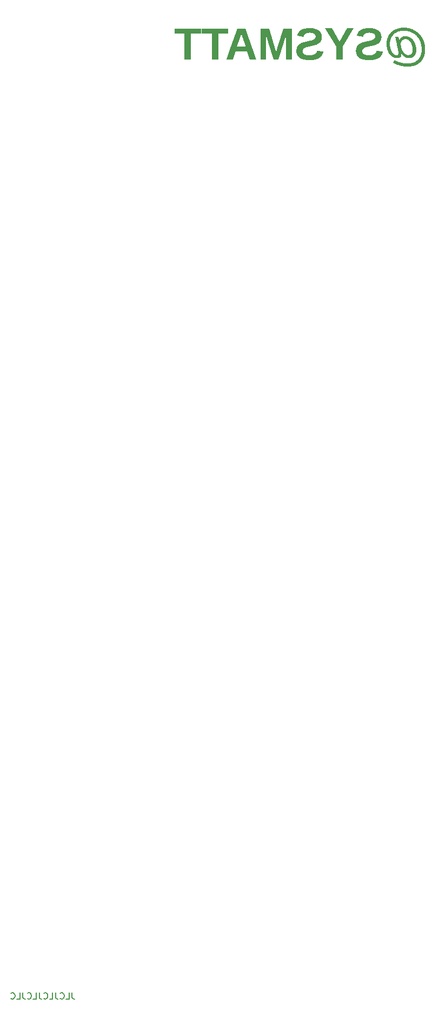
<source format=gbo>
G04 #@! TF.GenerationSoftware,KiCad,Pcbnew,7.0.10-1.fc39*
G04 #@! TF.CreationDate,2024-01-08T15:06:23-05:00*
G04 #@! TF.ProjectId,SYSMATT-WS2812-MATRIX-CARRIER,5359534d-4154-4542-9d57-53323831322d,rev?*
G04 #@! TF.SameCoordinates,Original*
G04 #@! TF.FileFunction,Legend,Bot*
G04 #@! TF.FilePolarity,Positive*
%FSLAX46Y46*%
G04 Gerber Fmt 4.6, Leading zero omitted, Abs format (unit mm)*
G04 Created by KiCad (PCBNEW 7.0.10-1.fc39) date 2024-01-08 15:06:23*
%MOMM*%
%LPD*%
G01*
G04 APERTURE LIST*
G04 Aperture macros list*
%AMRoundRect*
0 Rectangle with rounded corners*
0 $1 Rounding radius*
0 $2 $3 $4 $5 $6 $7 $8 $9 X,Y pos of 4 corners*
0 Add a 4 corners polygon primitive as box body*
4,1,4,$2,$3,$4,$5,$6,$7,$8,$9,$2,$3,0*
0 Add four circle primitives for the rounded corners*
1,1,$1+$1,$2,$3*
1,1,$1+$1,$4,$5*
1,1,$1+$1,$6,$7*
1,1,$1+$1,$8,$9*
0 Add four rect primitives between the rounded corners*
20,1,$1+$1,$2,$3,$4,$5,0*
20,1,$1+$1,$4,$5,$6,$7,0*
20,1,$1+$1,$6,$7,$8,$9,0*
20,1,$1+$1,$8,$9,$2,$3,0*%
G04 Aperture macros list end*
%ADD10C,1.000000*%
%ADD11C,0.150000*%
%ADD12C,1.600000*%
%ADD13C,12.800000*%
%ADD14C,8.600000*%
%ADD15R,1.700000X1.700000*%
%ADD16O,1.700000X1.700000*%
%ADD17R,1.600000X1.600000*%
%ADD18R,3.000000X3.000000*%
%ADD19C,3.000000*%
%ADD20R,3.500000X3.500000*%
%ADD21RoundRect,0.750000X1.000000X-0.750000X1.000000X0.750000X-1.000000X0.750000X-1.000000X-0.750000X0*%
%ADD22RoundRect,0.875000X0.875000X-0.875000X0.875000X0.875000X-0.875000X0.875000X-0.875000X-0.875000X0*%
%ADD23R,2.400000X1.600000*%
%ADD24O,2.400000X1.600000*%
%ADD25RoundRect,0.625000X0.625000X-1.125000X0.625000X1.125000X-0.625000X1.125000X-0.625000X-1.125000X0*%
%ADD26O,2.500000X3.500000*%
%ADD27C,10.600000*%
%ADD28RoundRect,0.102000X1.000000X-1.000000X1.000000X1.000000X-1.000000X1.000000X-1.000000X-1.000000X0*%
%ADD29C,2.204000*%
%ADD30RoundRect,0.102000X-0.780000X0.780000X-0.780000X-0.780000X0.780000X-0.780000X0.780000X0.780000X0*%
%ADD31C,1.764000*%
G04 APERTURE END LIST*
D10*
G36*
X82668702Y-27168328D02*
G01*
X82727398Y-27169595D01*
X82785738Y-27171706D01*
X82843723Y-27174661D01*
X82901353Y-27178460D01*
X82958627Y-27183104D01*
X83015546Y-27188593D01*
X83072109Y-27194925D01*
X83128317Y-27202102D01*
X83184170Y-27210124D01*
X83239667Y-27218989D01*
X83294809Y-27228700D01*
X83349595Y-27239254D01*
X83404027Y-27250653D01*
X83458102Y-27262896D01*
X83511823Y-27275983D01*
X83565188Y-27289915D01*
X83618197Y-27304692D01*
X83670851Y-27320312D01*
X83723150Y-27336777D01*
X83775093Y-27354086D01*
X83826681Y-27372240D01*
X83877914Y-27391238D01*
X83928791Y-27411080D01*
X83979313Y-27431767D01*
X84029479Y-27453298D01*
X84079290Y-27475673D01*
X84128746Y-27498893D01*
X84177846Y-27522957D01*
X84226591Y-27547866D01*
X84274980Y-27573619D01*
X84323014Y-27600216D01*
X84370547Y-27627580D01*
X84417434Y-27655633D01*
X84463674Y-27684376D01*
X84509268Y-27713808D01*
X84554216Y-27743929D01*
X84598517Y-27774740D01*
X84642172Y-27806240D01*
X84685181Y-27838429D01*
X84727543Y-27871308D01*
X84769258Y-27904875D01*
X84810328Y-27939133D01*
X84850750Y-27974079D01*
X84890527Y-28009715D01*
X84929657Y-28046040D01*
X84968141Y-28083055D01*
X85005978Y-28120758D01*
X85043169Y-28159152D01*
X85079714Y-28198234D01*
X85115612Y-28238006D01*
X85150864Y-28278467D01*
X85185469Y-28319617D01*
X85219428Y-28361457D01*
X85252741Y-28403986D01*
X85285407Y-28447204D01*
X85317427Y-28491112D01*
X85348801Y-28535709D01*
X85379528Y-28580995D01*
X85409609Y-28626971D01*
X85439043Y-28673636D01*
X85467831Y-28720990D01*
X85495973Y-28769034D01*
X85523468Y-28817766D01*
X85550215Y-28866950D01*
X85576114Y-28916499D01*
X85601163Y-28966412D01*
X85625363Y-29016691D01*
X85648714Y-29067334D01*
X85671216Y-29118343D01*
X85692868Y-29169716D01*
X85713672Y-29221454D01*
X85733626Y-29273557D01*
X85752732Y-29326025D01*
X85770988Y-29378858D01*
X85788395Y-29432056D01*
X85804953Y-29485619D01*
X85820662Y-29539547D01*
X85835521Y-29593840D01*
X85849532Y-29648497D01*
X85862693Y-29703520D01*
X85875006Y-29758908D01*
X85886469Y-29814660D01*
X85897083Y-29870777D01*
X85906848Y-29927260D01*
X85915764Y-29984107D01*
X85923830Y-30041319D01*
X85931048Y-30098896D01*
X85937416Y-30156839D01*
X85942936Y-30215146D01*
X85947606Y-30273818D01*
X85951427Y-30332854D01*
X85954399Y-30392256D01*
X85956522Y-30452023D01*
X85957795Y-30512155D01*
X85958220Y-30572651D01*
X85957884Y-30622393D01*
X85956875Y-30671784D01*
X85952839Y-30769515D01*
X85946113Y-30865843D01*
X85936696Y-30960768D01*
X85924589Y-31054291D01*
X85909791Y-31146412D01*
X85892303Y-31237130D01*
X85872124Y-31326446D01*
X85849255Y-31414359D01*
X85823696Y-31500870D01*
X85795446Y-31585978D01*
X85764505Y-31669683D01*
X85730874Y-31751986D01*
X85694552Y-31832887D01*
X85655540Y-31912385D01*
X85613838Y-31990481D01*
X85569578Y-32066735D01*
X85523201Y-32140709D01*
X85474705Y-32212403D01*
X85424091Y-32281817D01*
X85371360Y-32348950D01*
X85316510Y-32413803D01*
X85259542Y-32476376D01*
X85200457Y-32536669D01*
X85139253Y-32594682D01*
X85075931Y-32650414D01*
X85010491Y-32703866D01*
X84942933Y-32755037D01*
X84873257Y-32803929D01*
X84801463Y-32850540D01*
X84727551Y-32894871D01*
X84651521Y-32936922D01*
X84612787Y-32957058D01*
X84534180Y-32995412D01*
X84454057Y-33031208D01*
X84372417Y-33064448D01*
X84289260Y-33095131D01*
X84204586Y-33123257D01*
X84118395Y-33148827D01*
X84030687Y-33171839D01*
X83941462Y-33192294D01*
X83850720Y-33210193D01*
X83758461Y-33225534D01*
X83664685Y-33238319D01*
X83569393Y-33248546D01*
X83472583Y-33256217D01*
X83423609Y-33259094D01*
X83374256Y-33261331D01*
X83324524Y-33262929D01*
X83274412Y-33263888D01*
X83223921Y-33264207D01*
X83151526Y-33263664D01*
X83079360Y-33262032D01*
X83007423Y-33259313D01*
X82935715Y-33255506D01*
X82864236Y-33250612D01*
X82792985Y-33244630D01*
X82721964Y-33237560D01*
X82651172Y-33229403D01*
X82580609Y-33220158D01*
X82510274Y-33209825D01*
X82440169Y-33198405D01*
X82370293Y-33185897D01*
X82300645Y-33172302D01*
X82231227Y-33157618D01*
X82162037Y-33141848D01*
X82093077Y-33124989D01*
X82023983Y-33106866D01*
X81954698Y-33087303D01*
X81885222Y-33066299D01*
X81815556Y-33043855D01*
X81745699Y-33019969D01*
X81675651Y-32994643D01*
X81605412Y-32967877D01*
X81534982Y-32939670D01*
X81464362Y-32910022D01*
X81393550Y-32878933D01*
X81322548Y-32846404D01*
X81251355Y-32812435D01*
X81179971Y-32777024D01*
X81108397Y-32740173D01*
X81036631Y-32701881D01*
X80964675Y-32662149D01*
X81177166Y-32248157D01*
X81240513Y-32280239D01*
X81303853Y-32311303D01*
X81367186Y-32341348D01*
X81430511Y-32370374D01*
X81493829Y-32398382D01*
X81557140Y-32425372D01*
X81620444Y-32451343D01*
X81683741Y-32476295D01*
X81747031Y-32500229D01*
X81810313Y-32523145D01*
X81873589Y-32545042D01*
X81936857Y-32565921D01*
X82000118Y-32585781D01*
X82063372Y-32604623D01*
X82126619Y-32622446D01*
X82189858Y-32639251D01*
X82253091Y-32655037D01*
X82316316Y-32669805D01*
X82379534Y-32683555D01*
X82442745Y-32696286D01*
X82505949Y-32707998D01*
X82569145Y-32718692D01*
X82632335Y-32728368D01*
X82695517Y-32737025D01*
X82758692Y-32744663D01*
X82821860Y-32751283D01*
X82885021Y-32756885D01*
X82948175Y-32761468D01*
X83011322Y-32765033D01*
X83074461Y-32767579D01*
X83137593Y-32769106D01*
X83200718Y-32769616D01*
X83283246Y-32768604D01*
X83364437Y-32765570D01*
X83444293Y-32760514D01*
X83522814Y-32753435D01*
X83599998Y-32744333D01*
X83675847Y-32733208D01*
X83750360Y-32720061D01*
X83823538Y-32704891D01*
X83895379Y-32687699D01*
X83965885Y-32668484D01*
X84035056Y-32647246D01*
X84102890Y-32623986D01*
X84169389Y-32598703D01*
X84234552Y-32571397D01*
X84298380Y-32542069D01*
X84360872Y-32510718D01*
X84421832Y-32477392D01*
X84481066Y-32442139D01*
X84538573Y-32404959D01*
X84594353Y-32365852D01*
X84648406Y-32324817D01*
X84700732Y-32281855D01*
X84751331Y-32236966D01*
X84800204Y-32190150D01*
X84847349Y-32141406D01*
X84892768Y-32090735D01*
X84936460Y-32038137D01*
X84978425Y-31983612D01*
X85018663Y-31927159D01*
X85057174Y-31868779D01*
X85093958Y-31808472D01*
X85129016Y-31746238D01*
X85161993Y-31682406D01*
X85192843Y-31617305D01*
X85221565Y-31550935D01*
X85248160Y-31483295D01*
X85272627Y-31414388D01*
X85294967Y-31344211D01*
X85315179Y-31272765D01*
X85333264Y-31200050D01*
X85349221Y-31126066D01*
X85363050Y-31050814D01*
X85374752Y-30974292D01*
X85384326Y-30896502D01*
X85391772Y-30817443D01*
X85397091Y-30737114D01*
X85400283Y-30655517D01*
X85401346Y-30572651D01*
X85400996Y-30520146D01*
X85399944Y-30467961D01*
X85398191Y-30416095D01*
X85395736Y-30364549D01*
X85392581Y-30313322D01*
X85388724Y-30262415D01*
X85384166Y-30211828D01*
X85378907Y-30161560D01*
X85372946Y-30111612D01*
X85366284Y-30061983D01*
X85358921Y-30012674D01*
X85350857Y-29963685D01*
X85342091Y-29915015D01*
X85332624Y-29866665D01*
X85322456Y-29818635D01*
X85311587Y-29770924D01*
X85287745Y-29676461D01*
X85261098Y-29583277D01*
X85231645Y-29491371D01*
X85199388Y-29400744D01*
X85164326Y-29311395D01*
X85126459Y-29223324D01*
X85085786Y-29136532D01*
X85042309Y-29051018D01*
X84996380Y-28967394D01*
X84948352Y-28886269D01*
X84898225Y-28807644D01*
X84845999Y-28731518D01*
X84791674Y-28657892D01*
X84735250Y-28586766D01*
X84676727Y-28518140D01*
X84616106Y-28452013D01*
X84553385Y-28388386D01*
X84488565Y-28327258D01*
X84421646Y-28268630D01*
X84352629Y-28212502D01*
X84281512Y-28158874D01*
X84208296Y-28107745D01*
X84132982Y-28059116D01*
X84055568Y-28012986D01*
X83976189Y-27969361D01*
X83895284Y-27928551D01*
X83812852Y-27890555D01*
X83728893Y-27855373D01*
X83643408Y-27823006D01*
X83556397Y-27793454D01*
X83467859Y-27766716D01*
X83377794Y-27742793D01*
X83286203Y-27721684D01*
X83193086Y-27703389D01*
X83098442Y-27687910D01*
X83002271Y-27675244D01*
X82953613Y-27669967D01*
X82904574Y-27665393D01*
X82855153Y-27661523D01*
X82805350Y-27658357D01*
X82755166Y-27655894D01*
X82704600Y-27654135D01*
X82653652Y-27653080D01*
X82602323Y-27652728D01*
X82520979Y-27653716D01*
X82440894Y-27656678D01*
X82362068Y-27661615D01*
X82284502Y-27668528D01*
X82208195Y-27677415D01*
X82133148Y-27688277D01*
X82059360Y-27701114D01*
X81986831Y-27715926D01*
X81915562Y-27732713D01*
X81845552Y-27751475D01*
X81776802Y-27772211D01*
X81709310Y-27794923D01*
X81643079Y-27819610D01*
X81578106Y-27846271D01*
X81514393Y-27874908D01*
X81451939Y-27905519D01*
X81391022Y-27937948D01*
X81331917Y-27972037D01*
X81274625Y-28007787D01*
X81219146Y-28045196D01*
X81165479Y-28084265D01*
X81113625Y-28124994D01*
X81063584Y-28167384D01*
X81015355Y-28211434D01*
X80968940Y-28257143D01*
X80924337Y-28304513D01*
X80881547Y-28353543D01*
X80840569Y-28404233D01*
X80801404Y-28456583D01*
X80764052Y-28510593D01*
X80728513Y-28566263D01*
X80694787Y-28623593D01*
X80662992Y-28682298D01*
X80633249Y-28742089D01*
X80605557Y-28802969D01*
X80579916Y-28864936D01*
X80556327Y-28927991D01*
X80534789Y-28992133D01*
X80515302Y-29057363D01*
X80497866Y-29123681D01*
X80482481Y-29191086D01*
X80469148Y-29259579D01*
X80457866Y-29329159D01*
X80448636Y-29399828D01*
X80441456Y-29471584D01*
X80436328Y-29544427D01*
X80433251Y-29618358D01*
X80432226Y-29693377D01*
X80432798Y-29753660D01*
X80434515Y-29813304D01*
X80437378Y-29872309D01*
X80441385Y-29930674D01*
X80446537Y-29988400D01*
X80452834Y-30045487D01*
X80460275Y-30101935D01*
X80468862Y-30157744D01*
X80478594Y-30212913D01*
X80489470Y-30267443D01*
X80501491Y-30321334D01*
X80514658Y-30374586D01*
X80528969Y-30427198D01*
X80544425Y-30479171D01*
X80561026Y-30530505D01*
X80578771Y-30581200D01*
X80587958Y-30606229D01*
X80606953Y-30655335D01*
X80626779Y-30703172D01*
X80647435Y-30749740D01*
X80668921Y-30795040D01*
X80691236Y-30839070D01*
X80726266Y-30902737D01*
X80763164Y-30963548D01*
X80801929Y-31021505D01*
X80842562Y-31076606D01*
X80885062Y-31128852D01*
X80929430Y-31178244D01*
X80975666Y-31224780D01*
X81007055Y-31253912D01*
X81054496Y-31294087D01*
X81102367Y-31330033D01*
X81150667Y-31361750D01*
X81199396Y-31389238D01*
X81248555Y-31412497D01*
X81298143Y-31431527D01*
X81348160Y-31446329D01*
X81398607Y-31456901D01*
X81449483Y-31463244D01*
X81500788Y-31465359D01*
X81552308Y-31460856D01*
X81600622Y-31447346D01*
X81645731Y-31424830D01*
X81687634Y-31393307D01*
X81722896Y-31350488D01*
X81745486Y-31302879D01*
X81758710Y-31254536D01*
X81766266Y-31199238D01*
X81768234Y-31147843D01*
X81767738Y-31117132D01*
X81765133Y-31065805D01*
X81760296Y-31008167D01*
X81753226Y-30944218D01*
X81743924Y-30873957D01*
X81736482Y-30823611D01*
X81728048Y-30770459D01*
X81718622Y-30714503D01*
X81708204Y-30655742D01*
X81696793Y-30594175D01*
X81684390Y-30529804D01*
X81670995Y-30462628D01*
X81656607Y-30392646D01*
X81641228Y-30319860D01*
X81499241Y-29703147D01*
X82132156Y-29703147D01*
X82132961Y-29743329D01*
X82136539Y-29800812D01*
X82142979Y-29862760D01*
X82149687Y-29912151D01*
X82158005Y-29964054D01*
X82167934Y-30018468D01*
X82179472Y-30075394D01*
X82192620Y-30134832D01*
X82207379Y-30196781D01*
X82223747Y-30261242D01*
X82235348Y-30304757D01*
X82253896Y-30368921D01*
X82273817Y-30431754D01*
X82295112Y-30493256D01*
X82317780Y-30553427D01*
X82341823Y-30612267D01*
X82367240Y-30669776D01*
X82394030Y-30725954D01*
X82422194Y-30780802D01*
X82451732Y-30834318D01*
X82482644Y-30886503D01*
X82503892Y-30920196D01*
X82536442Y-30968858D01*
X82569808Y-31015265D01*
X82603991Y-31059418D01*
X82638988Y-31101318D01*
X82674802Y-31140963D01*
X82711431Y-31178354D01*
X82748876Y-31213492D01*
X82787137Y-31246375D01*
X82826213Y-31277004D01*
X82866106Y-31305380D01*
X82919744Y-31339440D01*
X82973801Y-31368959D01*
X83028279Y-31393937D01*
X83083176Y-31414373D01*
X83138494Y-31430268D01*
X83194231Y-31441622D01*
X83250387Y-31448434D01*
X83306964Y-31450704D01*
X83349172Y-31449817D01*
X83409908Y-31445159D01*
X83467554Y-31436508D01*
X83522108Y-31423864D01*
X83573570Y-31407227D01*
X83621942Y-31386598D01*
X83667222Y-31361975D01*
X83709411Y-31333360D01*
X83748509Y-31300753D01*
X83784516Y-31264152D01*
X83817431Y-31223558D01*
X83837543Y-31194364D01*
X83865278Y-31148139D01*
X83890094Y-31098995D01*
X83911990Y-31046931D01*
X83930966Y-30991948D01*
X83947023Y-30934045D01*
X83960161Y-30873223D01*
X83970379Y-30809481D01*
X83977678Y-30742820D01*
X83982057Y-30673239D01*
X83983517Y-30600739D01*
X83982963Y-30548623D01*
X83981303Y-30496688D01*
X83978536Y-30444934D01*
X83974663Y-30393362D01*
X83969683Y-30341971D01*
X83963596Y-30290761D01*
X83956402Y-30239732D01*
X83948101Y-30188885D01*
X83938694Y-30138219D01*
X83928180Y-30087734D01*
X83916560Y-30037430D01*
X83903832Y-29987308D01*
X83889998Y-29937367D01*
X83875058Y-29887607D01*
X83859010Y-29838029D01*
X83841856Y-29788632D01*
X83823552Y-29739874D01*
X83804361Y-29692518D01*
X83784282Y-29646565D01*
X83763316Y-29602015D01*
X83730204Y-29537819D01*
X83695095Y-29476778D01*
X83657990Y-29418894D01*
X83618889Y-29364164D01*
X83577791Y-29312591D01*
X83534697Y-29264173D01*
X83489606Y-29218910D01*
X83442519Y-29176803D01*
X83410204Y-29150628D01*
X83360767Y-29114532D01*
X83310170Y-29082236D01*
X83258413Y-29053739D01*
X83205498Y-29029041D01*
X83151424Y-29008143D01*
X83096190Y-28991045D01*
X83039797Y-28977747D01*
X82982245Y-28968248D01*
X82923534Y-28962548D01*
X82863663Y-28960648D01*
X82823826Y-28961459D01*
X82765805Y-28965717D01*
X82709866Y-28973624D01*
X82656010Y-28985180D01*
X82604236Y-29000386D01*
X82554544Y-29019241D01*
X82506935Y-29041745D01*
X82461408Y-29067898D01*
X82417963Y-29097701D01*
X82376600Y-29131153D01*
X82337320Y-29168255D01*
X82312476Y-29194530D01*
X82278215Y-29235732D01*
X82247561Y-29279080D01*
X82220513Y-29324575D01*
X82197071Y-29372217D01*
X82177236Y-29422005D01*
X82161007Y-29473940D01*
X82148385Y-29528022D01*
X82139369Y-29584250D01*
X82133959Y-29642625D01*
X82132156Y-29703147D01*
X81499241Y-29703147D01*
X81239448Y-28574745D01*
X81775561Y-28574745D01*
X81908674Y-29093761D01*
X81929434Y-29093761D01*
X81960742Y-29021447D01*
X81995437Y-28953798D01*
X82033519Y-28890815D01*
X82074988Y-28832497D01*
X82119843Y-28778845D01*
X82168086Y-28729858D01*
X82219716Y-28685537D01*
X82274733Y-28645881D01*
X82333136Y-28610890D01*
X82394927Y-28580565D01*
X82460104Y-28554905D01*
X82528669Y-28533910D01*
X82600620Y-28517581D01*
X82675959Y-28505918D01*
X82754684Y-28498920D01*
X82836796Y-28496587D01*
X82897337Y-28497684D01*
X82957143Y-28500976D01*
X83016215Y-28506462D01*
X83074552Y-28514142D01*
X83132154Y-28524017D01*
X83189021Y-28536086D01*
X83245154Y-28550349D01*
X83300553Y-28566807D01*
X83355216Y-28585459D01*
X83409145Y-28606306D01*
X83462340Y-28629346D01*
X83514799Y-28654582D01*
X83566524Y-28682011D01*
X83617515Y-28711635D01*
X83667771Y-28743454D01*
X83717292Y-28777466D01*
X83765778Y-28813406D01*
X83812928Y-28851006D01*
X83858743Y-28890266D01*
X83903222Y-28931187D01*
X83946365Y-28973767D01*
X83988172Y-29018007D01*
X84028644Y-29063908D01*
X84067780Y-29111468D01*
X84105581Y-29160689D01*
X84142045Y-29211570D01*
X84177174Y-29264111D01*
X84210968Y-29318312D01*
X84243425Y-29374173D01*
X84274547Y-29431694D01*
X84304333Y-29490875D01*
X84332784Y-29551716D01*
X84359550Y-29613659D01*
X84384590Y-29676146D01*
X84407903Y-29739177D01*
X84429489Y-29802752D01*
X84449348Y-29866871D01*
X84467480Y-29931533D01*
X84483885Y-29996739D01*
X84498564Y-30062489D01*
X84511515Y-30128783D01*
X84522740Y-30195620D01*
X84532238Y-30263002D01*
X84540009Y-30330927D01*
X84546053Y-30399396D01*
X84550370Y-30468409D01*
X84552960Y-30537966D01*
X84553824Y-30608066D01*
X84552664Y-30685447D01*
X84549187Y-30760661D01*
X84543391Y-30833710D01*
X84535276Y-30904593D01*
X84524844Y-30973310D01*
X84512092Y-31039861D01*
X84497023Y-31104247D01*
X84479635Y-31166467D01*
X84459928Y-31226521D01*
X84437904Y-31284409D01*
X84413561Y-31340132D01*
X84386899Y-31393689D01*
X84357919Y-31445080D01*
X84326621Y-31494305D01*
X84293004Y-31541365D01*
X84257069Y-31586259D01*
X84218882Y-31628553D01*
X84178815Y-31668119D01*
X84136870Y-31704955D01*
X84093044Y-31739064D01*
X84047339Y-31770443D01*
X83999755Y-31799094D01*
X83950291Y-31825016D01*
X83898948Y-31848210D01*
X83845725Y-31868674D01*
X83790622Y-31886411D01*
X83733640Y-31901418D01*
X83674778Y-31913697D01*
X83614037Y-31923247D01*
X83551417Y-31930069D01*
X83486917Y-31934162D01*
X83420537Y-31935526D01*
X83376330Y-31934630D01*
X83310252Y-31929921D01*
X83244453Y-31921177D01*
X83178933Y-31908397D01*
X83113692Y-31891582D01*
X83048731Y-31870730D01*
X82984048Y-31845843D01*
X82919645Y-31816921D01*
X82855520Y-31783962D01*
X82812926Y-31759748D01*
X82770455Y-31733740D01*
X82728108Y-31705938D01*
X82686473Y-31676581D01*
X82646134Y-31646213D01*
X82607094Y-31614834D01*
X82569351Y-31582443D01*
X82532905Y-31549041D01*
X82497757Y-31514627D01*
X82463906Y-31479202D01*
X82431353Y-31442766D01*
X82384957Y-31386216D01*
X82341480Y-31327390D01*
X82314117Y-31286909D01*
X82288051Y-31245416D01*
X82263284Y-31202912D01*
X82239813Y-31159397D01*
X82217641Y-31114870D01*
X82196880Y-31114870D01*
X82200590Y-31134319D01*
X82208700Y-31188282D01*
X82213667Y-31238003D01*
X82216647Y-31290062D01*
X82217641Y-31344459D01*
X82217475Y-31361742D01*
X82214988Y-31412160D01*
X82207032Y-31476045D01*
X82193770Y-31536113D01*
X82175204Y-31592365D01*
X82151333Y-31644801D01*
X82122157Y-31693421D01*
X82087677Y-31738224D01*
X82047892Y-31779211D01*
X82037140Y-31788828D01*
X81991268Y-31824243D01*
X81940816Y-31854774D01*
X81885785Y-31880419D01*
X81826175Y-31901180D01*
X81778462Y-31913545D01*
X81728172Y-31923162D01*
X81675307Y-31930031D01*
X81619866Y-31934153D01*
X81561849Y-31935526D01*
X81506222Y-31934386D01*
X81451081Y-31930966D01*
X81396427Y-31925265D01*
X81342259Y-31917284D01*
X81288578Y-31907023D01*
X81235384Y-31894482D01*
X81182676Y-31879661D01*
X81130455Y-31862559D01*
X81078720Y-31843177D01*
X81027472Y-31821515D01*
X80976711Y-31797572D01*
X80926436Y-31771349D01*
X80876647Y-31742846D01*
X80827346Y-31712063D01*
X80778530Y-31679000D01*
X80730202Y-31643656D01*
X80682770Y-31606290D01*
X80636645Y-31567159D01*
X80591828Y-31526262D01*
X80548317Y-31483601D01*
X80506114Y-31439174D01*
X80465217Y-31392983D01*
X80425628Y-31345026D01*
X80387346Y-31295305D01*
X80350371Y-31243818D01*
X80314703Y-31190567D01*
X80280342Y-31135550D01*
X80247288Y-31078768D01*
X80215541Y-31020222D01*
X80185101Y-30959910D01*
X80155969Y-30897833D01*
X80128143Y-30833991D01*
X80101672Y-30768685D01*
X80076910Y-30702520D01*
X80053854Y-30635496D01*
X80032507Y-30567614D01*
X80012867Y-30498873D01*
X79994935Y-30429273D01*
X79978711Y-30358815D01*
X79964195Y-30287498D01*
X79951387Y-30215322D01*
X79940286Y-30142288D01*
X79930893Y-30068395D01*
X79923208Y-29993643D01*
X79917231Y-29918033D01*
X79912961Y-29841564D01*
X79910400Y-29764236D01*
X79909546Y-29686050D01*
X79910801Y-29592727D01*
X79914564Y-29500826D01*
X79920837Y-29410346D01*
X79929620Y-29321288D01*
X79940911Y-29233652D01*
X79954712Y-29147437D01*
X79971022Y-29062644D01*
X79989841Y-28979272D01*
X80011169Y-28897322D01*
X80035007Y-28816793D01*
X80061353Y-28737686D01*
X80090209Y-28660001D01*
X80121574Y-28583737D01*
X80155449Y-28508895D01*
X80191832Y-28435474D01*
X80230725Y-28363475D01*
X80272008Y-28293193D01*
X80315561Y-28224924D01*
X80361386Y-28158669D01*
X80409480Y-28094426D01*
X80459846Y-28032197D01*
X80512482Y-27971980D01*
X80567389Y-27913777D01*
X80624567Y-27857587D01*
X80684015Y-27803410D01*
X80745734Y-27751246D01*
X80809724Y-27701095D01*
X80875984Y-27652957D01*
X80944515Y-27606832D01*
X81015317Y-27562721D01*
X81088390Y-27520622D01*
X81163733Y-27480537D01*
X81240937Y-27442679D01*
X81319896Y-27407264D01*
X81400610Y-27374291D01*
X81483080Y-27343761D01*
X81567306Y-27315673D01*
X81653287Y-27290027D01*
X81741024Y-27266824D01*
X81830516Y-27246064D01*
X81921764Y-27227745D01*
X82014767Y-27211870D01*
X82109525Y-27198436D01*
X82206039Y-27187445D01*
X82254955Y-27182866D01*
X82304309Y-27178897D01*
X82354102Y-27175539D01*
X82404334Y-27172791D01*
X82455005Y-27170654D01*
X82506115Y-27169127D01*
X82557663Y-27168211D01*
X82609651Y-27167906D01*
X82668702Y-27168328D01*
G37*
G36*
X75118722Y-30779036D02*
G01*
X75120783Y-30866878D01*
X75126966Y-30952105D01*
X75137270Y-31034719D01*
X75151695Y-31114718D01*
X75170242Y-31192103D01*
X75192911Y-31266873D01*
X75219702Y-31339030D01*
X75250614Y-31408572D01*
X75285647Y-31475501D01*
X75324802Y-31539815D01*
X75368079Y-31601515D01*
X75415478Y-31660601D01*
X75466997Y-31717072D01*
X75522639Y-31770930D01*
X75582402Y-31822173D01*
X75646287Y-31870802D01*
X75714012Y-31916497D01*
X75785601Y-31959245D01*
X75861054Y-31999044D01*
X75940371Y-32035895D01*
X76023552Y-32069798D01*
X76110596Y-32100753D01*
X76201505Y-32128760D01*
X76296278Y-32153818D01*
X76345114Y-32165242D01*
X76394915Y-32175929D01*
X76445683Y-32185879D01*
X76497416Y-32195092D01*
X76550116Y-32203567D01*
X76603781Y-32211306D01*
X76658412Y-32218308D01*
X76714010Y-32224573D01*
X76770573Y-32230100D01*
X76828103Y-32234891D01*
X76886598Y-32238944D01*
X76946060Y-32242261D01*
X77006487Y-32244841D01*
X77067881Y-32246683D01*
X77130240Y-32247789D01*
X77193565Y-32248157D01*
X77251333Y-32247836D01*
X77308317Y-32246874D01*
X77364515Y-32245270D01*
X77419929Y-32243024D01*
X77474558Y-32240137D01*
X77528402Y-32236608D01*
X77581462Y-32232438D01*
X77633737Y-32227626D01*
X77685227Y-32222172D01*
X77735932Y-32216076D01*
X77785853Y-32209340D01*
X77834989Y-32201961D01*
X77883340Y-32193941D01*
X77977689Y-32175976D01*
X78068898Y-32155444D01*
X78156969Y-32132346D01*
X78241900Y-32106681D01*
X78323693Y-32078450D01*
X78402347Y-32047653D01*
X78477862Y-32014289D01*
X78550238Y-31978358D01*
X78619475Y-31939861D01*
X78652916Y-31919651D01*
X78717541Y-31877266D01*
X78779217Y-31832238D01*
X78837945Y-31784568D01*
X78893725Y-31734255D01*
X78946556Y-31681299D01*
X78996440Y-31625700D01*
X79043376Y-31567459D01*
X79087363Y-31506575D01*
X79128403Y-31443048D01*
X79166494Y-31376878D01*
X79201638Y-31308066D01*
X79233833Y-31236610D01*
X79263080Y-31162512D01*
X79289379Y-31085771D01*
X79312730Y-31006387D01*
X79333133Y-30924361D01*
X78353719Y-30763161D01*
X78333290Y-30832766D01*
X78309555Y-30898701D01*
X78282514Y-30960965D01*
X78252167Y-31019558D01*
X78218515Y-31074481D01*
X78181556Y-31125733D01*
X78141292Y-31173313D01*
X78097722Y-31217223D01*
X78050846Y-31257463D01*
X78000664Y-31294031D01*
X77965373Y-31316371D01*
X77909370Y-31347143D01*
X77849439Y-31374889D01*
X77785579Y-31399608D01*
X77717791Y-31421300D01*
X77670416Y-31434080D01*
X77621296Y-31445514D01*
X77570429Y-31455603D01*
X77517817Y-31464348D01*
X77463459Y-31471746D01*
X77407354Y-31477800D01*
X77349504Y-31482508D01*
X77289908Y-31485871D01*
X77228566Y-31487889D01*
X77165478Y-31488562D01*
X77100187Y-31487926D01*
X77036969Y-31486019D01*
X76975823Y-31482841D01*
X76916751Y-31478392D01*
X76859751Y-31472671D01*
X76804823Y-31465679D01*
X76751969Y-31457415D01*
X76701187Y-31447880D01*
X76652478Y-31437074D01*
X76561278Y-31411648D01*
X76478369Y-31381137D01*
X76403751Y-31345540D01*
X76337424Y-31304859D01*
X76279388Y-31259092D01*
X76229642Y-31208240D01*
X76188188Y-31152302D01*
X76155024Y-31091280D01*
X76130151Y-31025172D01*
X76113570Y-30953979D01*
X76105279Y-30877701D01*
X76104242Y-30837655D01*
X76106150Y-30786898D01*
X76113902Y-30726672D01*
X76127617Y-30670024D01*
X76147295Y-30616954D01*
X76172936Y-30567461D01*
X76204539Y-30521546D01*
X76226364Y-30495715D01*
X76266942Y-30454839D01*
X76312350Y-30416169D01*
X76352154Y-30386822D01*
X76395049Y-30358886D01*
X76441035Y-30332363D01*
X76490113Y-30307252D01*
X76542281Y-30283553D01*
X76569525Y-30272233D01*
X76631158Y-30249068D01*
X76685748Y-30230943D01*
X76747507Y-30212174D01*
X76816437Y-30192761D01*
X76866373Y-30179461D01*
X76919496Y-30165875D01*
X76975805Y-30152003D01*
X77035301Y-30137844D01*
X77097984Y-30123399D01*
X77163853Y-30108669D01*
X77232909Y-30093651D01*
X77305152Y-30078348D01*
X77380581Y-30062759D01*
X77419490Y-30054856D01*
X77485984Y-30039028D01*
X77549912Y-30023601D01*
X77611273Y-30008574D01*
X77670068Y-29993948D01*
X77726296Y-29979723D01*
X77779958Y-29965899D01*
X77831054Y-29952475D01*
X77879583Y-29939452D01*
X77947564Y-29920668D01*
X78009771Y-29902787D01*
X78066203Y-29885807D01*
X78116861Y-29869728D01*
X78175422Y-29849692D01*
X78227915Y-29829733D01*
X78279149Y-29808934D01*
X78329123Y-29787296D01*
X78377838Y-29764818D01*
X78425294Y-29741501D01*
X78471490Y-29717343D01*
X78516427Y-29692347D01*
X78560104Y-29666510D01*
X78602064Y-29639586D01*
X78642460Y-29611327D01*
X78690754Y-29574124D01*
X78736603Y-29534834D01*
X78780007Y-29493457D01*
X78820967Y-29449993D01*
X78851974Y-29413719D01*
X78888092Y-29365908D01*
X78921646Y-29315592D01*
X78946642Y-29273537D01*
X78969998Y-29229879D01*
X78991713Y-29184617D01*
X79011786Y-29137753D01*
X79030219Y-29089286D01*
X79038820Y-29064452D01*
X79054562Y-29013466D01*
X79068206Y-28960648D01*
X79079750Y-28905999D01*
X79089195Y-28849518D01*
X79096542Y-28791205D01*
X79101789Y-28731060D01*
X79104937Y-28669084D01*
X79105987Y-28605275D01*
X79104064Y-28524198D01*
X79098297Y-28445525D01*
X79088685Y-28369256D01*
X79075228Y-28295392D01*
X79057925Y-28223932D01*
X79036778Y-28154876D01*
X79011786Y-28088224D01*
X78982950Y-28023977D01*
X78950268Y-27962134D01*
X78913741Y-27902695D01*
X78873369Y-27845661D01*
X78829153Y-27791031D01*
X78781091Y-27738805D01*
X78729185Y-27688983D01*
X78673434Y-27641565D01*
X78613838Y-27596552D01*
X78550416Y-27554110D01*
X78483492Y-27514406D01*
X78413067Y-27477441D01*
X78339141Y-27443213D01*
X78261713Y-27411724D01*
X78180784Y-27382973D01*
X78096353Y-27356960D01*
X78008421Y-27333686D01*
X77916987Y-27313149D01*
X77822052Y-27295351D01*
X77773271Y-27287479D01*
X77723615Y-27280291D01*
X77673084Y-27273788D01*
X77621677Y-27267969D01*
X77569395Y-27262835D01*
X77516238Y-27258386D01*
X77462205Y-27254621D01*
X77407297Y-27251540D01*
X77351514Y-27249144D01*
X77294855Y-27247433D01*
X77237320Y-27246406D01*
X77178911Y-27246064D01*
X77123172Y-27246336D01*
X77068305Y-27247151D01*
X77014312Y-27248511D01*
X76961191Y-27250414D01*
X76908944Y-27252861D01*
X76857569Y-27255852D01*
X76807068Y-27259387D01*
X76757439Y-27263466D01*
X76708684Y-27268088D01*
X76613792Y-27278965D01*
X76522391Y-27292017D01*
X76434483Y-27307244D01*
X76350067Y-27324646D01*
X76269142Y-27344224D01*
X76191709Y-27365976D01*
X76117769Y-27389905D01*
X76047320Y-27416008D01*
X75980363Y-27444287D01*
X75916898Y-27474741D01*
X75856925Y-27507370D01*
X75828248Y-27524501D01*
X75773021Y-27560574D01*
X75720304Y-27599491D01*
X75670096Y-27641251D01*
X75622397Y-27685853D01*
X75577207Y-27733300D01*
X75534527Y-27783589D01*
X75494356Y-27836721D01*
X75456693Y-27892697D01*
X75421541Y-27951515D01*
X75388897Y-28013177D01*
X75358763Y-28077682D01*
X75331137Y-28145030D01*
X75306021Y-28215221D01*
X75283415Y-28288256D01*
X75263317Y-28364133D01*
X75245729Y-28442854D01*
X76228806Y-28574745D01*
X76244377Y-28519060D01*
X76262695Y-28466038D01*
X76283761Y-28415677D01*
X76307575Y-28367978D01*
X76334136Y-28322941D01*
X76363445Y-28280566D01*
X76395502Y-28240852D01*
X76430307Y-28203801D01*
X76467859Y-28169411D01*
X76508159Y-28137684D01*
X76536552Y-28118011D01*
X76581611Y-28090512D01*
X76630233Y-28065718D01*
X76682418Y-28043629D01*
X76738167Y-28024244D01*
X76797479Y-28007565D01*
X76860355Y-27993590D01*
X76926795Y-27982320D01*
X76996797Y-27973755D01*
X77070364Y-27967894D01*
X77121387Y-27965490D01*
X77173995Y-27964288D01*
X77200893Y-27964138D01*
X77257468Y-27964707D01*
X77312247Y-27966413D01*
X77365231Y-27969257D01*
X77416418Y-27973240D01*
X77465809Y-27978359D01*
X77559203Y-27992012D01*
X77645414Y-28010216D01*
X77724439Y-28032971D01*
X77796281Y-28060276D01*
X77860939Y-28092133D01*
X77918412Y-28128540D01*
X77968701Y-28169498D01*
X78011806Y-28215008D01*
X78047727Y-28265068D01*
X78076464Y-28319679D01*
X78098017Y-28378841D01*
X78112385Y-28442554D01*
X78119569Y-28510818D01*
X78120467Y-28546657D01*
X78118082Y-28604140D01*
X78110926Y-28658283D01*
X78099000Y-28709088D01*
X78082304Y-28756553D01*
X78060837Y-28800679D01*
X78028781Y-28849222D01*
X78022770Y-28856845D01*
X77989944Y-28893762D01*
X77952526Y-28928949D01*
X77910517Y-28962408D01*
X77863917Y-28994136D01*
X77812725Y-29024136D01*
X77768465Y-29046891D01*
X77733342Y-29063230D01*
X77678941Y-29084964D01*
X77630051Y-29102141D01*
X77574227Y-29120069D01*
X77511469Y-29138749D01*
X77441777Y-29158180D01*
X77391464Y-29171551D01*
X77338069Y-29185257D01*
X77281593Y-29199296D01*
X77222035Y-29213669D01*
X77159395Y-29228376D01*
X77093674Y-29243417D01*
X77024871Y-29258792D01*
X76952986Y-29274501D01*
X76867372Y-29293033D01*
X76784859Y-29311385D01*
X76705447Y-29329555D01*
X76629135Y-29347544D01*
X76555925Y-29365352D01*
X76485815Y-29382979D01*
X76418805Y-29400424D01*
X76354897Y-29417688D01*
X76294089Y-29434771D01*
X76236382Y-29451672D01*
X76181775Y-29468392D01*
X76130269Y-29484931D01*
X76081865Y-29501289D01*
X76015071Y-29525485D01*
X75955254Y-29549274D01*
X75900031Y-29573223D01*
X75847019Y-29597903D01*
X75796218Y-29623312D01*
X75747629Y-29649451D01*
X75701250Y-29676321D01*
X75657082Y-29703920D01*
X75615126Y-29732248D01*
X75575380Y-29761307D01*
X75525826Y-29801187D01*
X75480202Y-29842365D01*
X75437536Y-29885222D01*
X75397465Y-29930140D01*
X75359989Y-29977119D01*
X75325108Y-30026158D01*
X75292822Y-30077258D01*
X75263131Y-30130419D01*
X75236035Y-30185641D01*
X75211535Y-30242923D01*
X75189782Y-30302057D01*
X75170929Y-30363442D01*
X75158693Y-30410958D01*
X75148089Y-30459741D01*
X75139116Y-30509791D01*
X75131774Y-30561107D01*
X75126064Y-30613690D01*
X75121985Y-30667539D01*
X75119538Y-30722654D01*
X75118722Y-30779036D01*
G37*
G36*
X72016838Y-30137899D02*
G01*
X72016838Y-32170000D01*
X73026782Y-32170000D01*
X73026782Y-30137899D01*
X74751137Y-27246064D01*
X73688681Y-27246064D01*
X72528527Y-29356322D01*
X71353719Y-27246064D01*
X70292484Y-27246064D01*
X72016838Y-30137899D01*
G37*
G36*
X65788646Y-30779036D02*
G01*
X65790706Y-30866878D01*
X65796889Y-30952105D01*
X65807193Y-31034719D01*
X65821618Y-31114718D01*
X65840166Y-31192103D01*
X65862834Y-31266873D01*
X65889625Y-31339030D01*
X65920537Y-31408572D01*
X65955570Y-31475501D01*
X65994726Y-31539815D01*
X66038002Y-31601515D01*
X66085401Y-31660601D01*
X66136921Y-31717072D01*
X66192562Y-31770930D01*
X66252325Y-31822173D01*
X66316210Y-31870802D01*
X66383935Y-31916497D01*
X66455524Y-31959245D01*
X66530977Y-31999044D01*
X66610294Y-32035895D01*
X66693475Y-32069798D01*
X66780520Y-32100753D01*
X66871429Y-32128760D01*
X66966202Y-32153818D01*
X67015037Y-32165242D01*
X67064838Y-32175929D01*
X67115606Y-32185879D01*
X67167339Y-32195092D01*
X67220039Y-32203567D01*
X67273704Y-32211306D01*
X67328336Y-32218308D01*
X67383933Y-32224573D01*
X67440497Y-32230100D01*
X67498026Y-32234891D01*
X67556521Y-32238944D01*
X67615983Y-32242261D01*
X67676410Y-32244841D01*
X67737804Y-32246683D01*
X67800163Y-32247789D01*
X67863489Y-32248157D01*
X67921257Y-32247836D01*
X67978240Y-32246874D01*
X68034438Y-32245270D01*
X68089852Y-32243024D01*
X68144481Y-32240137D01*
X68198326Y-32236608D01*
X68251385Y-32232438D01*
X68303660Y-32227626D01*
X68355150Y-32222172D01*
X68405856Y-32216076D01*
X68455776Y-32209340D01*
X68504912Y-32201961D01*
X68553264Y-32193941D01*
X68647612Y-32175976D01*
X68738821Y-32155444D01*
X68826892Y-32132346D01*
X68911824Y-32106681D01*
X68993616Y-32078450D01*
X69072270Y-32047653D01*
X69147785Y-32014289D01*
X69220161Y-31978358D01*
X69289398Y-31939861D01*
X69322840Y-31919651D01*
X69387464Y-31877266D01*
X69449140Y-31832238D01*
X69507868Y-31784568D01*
X69563648Y-31734255D01*
X69616480Y-31681299D01*
X69666363Y-31625700D01*
X69713299Y-31567459D01*
X69757287Y-31506575D01*
X69798326Y-31443048D01*
X69836418Y-31376878D01*
X69871561Y-31308066D01*
X69903756Y-31236610D01*
X69933003Y-31162512D01*
X69959302Y-31085771D01*
X69982653Y-31006387D01*
X70003056Y-30924361D01*
X69023642Y-30763161D01*
X69003213Y-30832766D01*
X68979478Y-30898701D01*
X68952437Y-30960965D01*
X68922091Y-31019558D01*
X68888438Y-31074481D01*
X68851480Y-31125733D01*
X68811215Y-31173313D01*
X68767645Y-31217223D01*
X68720769Y-31257463D01*
X68670587Y-31294031D01*
X68635296Y-31316371D01*
X68579293Y-31347143D01*
X68519362Y-31374889D01*
X68455502Y-31399608D01*
X68387714Y-31421300D01*
X68340339Y-31434080D01*
X68291219Y-31445514D01*
X68240353Y-31455603D01*
X68187740Y-31464348D01*
X68133382Y-31471746D01*
X68077278Y-31477800D01*
X68019427Y-31482508D01*
X67959831Y-31485871D01*
X67898489Y-31487889D01*
X67835401Y-31488562D01*
X67770110Y-31487926D01*
X67706892Y-31486019D01*
X67645746Y-31482841D01*
X67586674Y-31478392D01*
X67529674Y-31472671D01*
X67474747Y-31465679D01*
X67421892Y-31457415D01*
X67371110Y-31447880D01*
X67322401Y-31437074D01*
X67231201Y-31411648D01*
X67148292Y-31381137D01*
X67073674Y-31345540D01*
X67007347Y-31304859D01*
X66949311Y-31259092D01*
X66899565Y-31208240D01*
X66858111Y-31152302D01*
X66824947Y-31091280D01*
X66800075Y-31025172D01*
X66783493Y-30953979D01*
X66775202Y-30877701D01*
X66774166Y-30837655D01*
X66776074Y-30786898D01*
X66783826Y-30726672D01*
X66797540Y-30670024D01*
X66817218Y-30616954D01*
X66842859Y-30567461D01*
X66874463Y-30521546D01*
X66896287Y-30495715D01*
X66936865Y-30454839D01*
X66982273Y-30416169D01*
X67022077Y-30386822D01*
X67064972Y-30358886D01*
X67110958Y-30332363D01*
X67160036Y-30307252D01*
X67212205Y-30283553D01*
X67239448Y-30272233D01*
X67301081Y-30249068D01*
X67355671Y-30230943D01*
X67417431Y-30212174D01*
X67486360Y-30192761D01*
X67536296Y-30179461D01*
X67589419Y-30165875D01*
X67645729Y-30152003D01*
X67705225Y-30137844D01*
X67767907Y-30123399D01*
X67833776Y-30108669D01*
X67902832Y-30093651D01*
X67975075Y-30078348D01*
X68050504Y-30062759D01*
X68089413Y-30054856D01*
X68155907Y-30039028D01*
X68219835Y-30023601D01*
X68281196Y-30008574D01*
X68339991Y-29993948D01*
X68396220Y-29979723D01*
X68449881Y-29965899D01*
X68500977Y-29952475D01*
X68549506Y-29939452D01*
X68617487Y-29920668D01*
X68679694Y-29902787D01*
X68736126Y-29885807D01*
X68786784Y-29869728D01*
X68845345Y-29849692D01*
X68897838Y-29829733D01*
X68949072Y-29808934D01*
X68999046Y-29787296D01*
X69047761Y-29764818D01*
X69095217Y-29741501D01*
X69141413Y-29717343D01*
X69186350Y-29692347D01*
X69230027Y-29666510D01*
X69271988Y-29639586D01*
X69312383Y-29611327D01*
X69360677Y-29574124D01*
X69406526Y-29534834D01*
X69449931Y-29493457D01*
X69490890Y-29449993D01*
X69521898Y-29413719D01*
X69558015Y-29365908D01*
X69591569Y-29315592D01*
X69616566Y-29273537D01*
X69639921Y-29229879D01*
X69661636Y-29184617D01*
X69681710Y-29137753D01*
X69700142Y-29089286D01*
X69708743Y-29064452D01*
X69724486Y-29013466D01*
X69738129Y-28960648D01*
X69749673Y-28905999D01*
X69759118Y-28849518D01*
X69766465Y-28791205D01*
X69771712Y-28731060D01*
X69774861Y-28669084D01*
X69775910Y-28605275D01*
X69773988Y-28524198D01*
X69768220Y-28445525D01*
X69758608Y-28369256D01*
X69745151Y-28295392D01*
X69727849Y-28223932D01*
X69706702Y-28154876D01*
X69681710Y-28088224D01*
X69652873Y-28023977D01*
X69620191Y-27962134D01*
X69583664Y-27902695D01*
X69543293Y-27845661D01*
X69499076Y-27791031D01*
X69451015Y-27738805D01*
X69399108Y-27688983D01*
X69343357Y-27641565D01*
X69283761Y-27596552D01*
X69220339Y-27554110D01*
X69153415Y-27514406D01*
X69082990Y-27477441D01*
X69009064Y-27443213D01*
X68931636Y-27411724D01*
X68850707Y-27382973D01*
X68766276Y-27356960D01*
X68678344Y-27333686D01*
X68586910Y-27313149D01*
X68491975Y-27295351D01*
X68443195Y-27287479D01*
X68393539Y-27280291D01*
X68343007Y-27273788D01*
X68291601Y-27267969D01*
X68239319Y-27262835D01*
X68186161Y-27258386D01*
X68132128Y-27254621D01*
X68077220Y-27251540D01*
X68021437Y-27249144D01*
X67964778Y-27247433D01*
X67907244Y-27246406D01*
X67848834Y-27246064D01*
X67793095Y-27246336D01*
X67738228Y-27247151D01*
X67684235Y-27248511D01*
X67631115Y-27250414D01*
X67578867Y-27252861D01*
X67527493Y-27255852D01*
X67476991Y-27259387D01*
X67427363Y-27263466D01*
X67378607Y-27268088D01*
X67283715Y-27278965D01*
X67192315Y-27292017D01*
X67104406Y-27307244D01*
X67019990Y-27324646D01*
X66939065Y-27344224D01*
X66861633Y-27365976D01*
X66787692Y-27389905D01*
X66717243Y-27416008D01*
X66650286Y-27444287D01*
X66586821Y-27474741D01*
X66526848Y-27507370D01*
X66498171Y-27524501D01*
X66442945Y-27560574D01*
X66390227Y-27599491D01*
X66340019Y-27641251D01*
X66292320Y-27685853D01*
X66247131Y-27733300D01*
X66204450Y-27783589D01*
X66164279Y-27836721D01*
X66126617Y-27892697D01*
X66091464Y-27951515D01*
X66058820Y-28013177D01*
X66028686Y-28077682D01*
X66001061Y-28145030D01*
X65975945Y-28215221D01*
X65953338Y-28288256D01*
X65933240Y-28364133D01*
X65915652Y-28442854D01*
X66898729Y-28574745D01*
X66914300Y-28519060D01*
X66932618Y-28466038D01*
X66953684Y-28415677D01*
X66977498Y-28367978D01*
X67004059Y-28322941D01*
X67033368Y-28280566D01*
X67065425Y-28240852D01*
X67100230Y-28203801D01*
X67137782Y-28169411D01*
X67178082Y-28137684D01*
X67206475Y-28118011D01*
X67251534Y-28090512D01*
X67300156Y-28065718D01*
X67352341Y-28043629D01*
X67408090Y-28024244D01*
X67467403Y-28007565D01*
X67530278Y-27993590D01*
X67596718Y-27982320D01*
X67666721Y-27973755D01*
X67740287Y-27967894D01*
X67791311Y-27965490D01*
X67843918Y-27964288D01*
X67870816Y-27964138D01*
X67927391Y-27964707D01*
X67982171Y-27966413D01*
X68035154Y-27969257D01*
X68086341Y-27973240D01*
X68135732Y-27978359D01*
X68229127Y-27992012D01*
X68315337Y-28010216D01*
X68394363Y-28032971D01*
X68466204Y-28060276D01*
X68530862Y-28092133D01*
X68588335Y-28128540D01*
X68638625Y-28169498D01*
X68681730Y-28215008D01*
X68717651Y-28265068D01*
X68746387Y-28319679D01*
X68767940Y-28378841D01*
X68782308Y-28442554D01*
X68789492Y-28510818D01*
X68790390Y-28546657D01*
X68788005Y-28604140D01*
X68780850Y-28658283D01*
X68768924Y-28709088D01*
X68752227Y-28756553D01*
X68730761Y-28800679D01*
X68698704Y-28849222D01*
X68692693Y-28856845D01*
X68659867Y-28893762D01*
X68622449Y-28928949D01*
X68580440Y-28962408D01*
X68533840Y-28994136D01*
X68482648Y-29024136D01*
X68438388Y-29046891D01*
X68403265Y-29063230D01*
X68348864Y-29084964D01*
X68299974Y-29102141D01*
X68244150Y-29120069D01*
X68181392Y-29138749D01*
X68111700Y-29158180D01*
X68061387Y-29171551D01*
X68007993Y-29185257D01*
X67951516Y-29199296D01*
X67891958Y-29213669D01*
X67829319Y-29228376D01*
X67763597Y-29243417D01*
X67694794Y-29258792D01*
X67622909Y-29274501D01*
X67537296Y-29293033D01*
X67454783Y-29311385D01*
X67375370Y-29329555D01*
X67299059Y-29347544D01*
X67225848Y-29365352D01*
X67155738Y-29382979D01*
X67088728Y-29400424D01*
X67024820Y-29417688D01*
X66964012Y-29434771D01*
X66906305Y-29451672D01*
X66851698Y-29468392D01*
X66800193Y-29484931D01*
X66751788Y-29501289D01*
X66684994Y-29525485D01*
X66625177Y-29549274D01*
X66569954Y-29573223D01*
X66516943Y-29597903D01*
X66466142Y-29623312D01*
X66417552Y-29649451D01*
X66371173Y-29676321D01*
X66327006Y-29703920D01*
X66285049Y-29732248D01*
X66245303Y-29761307D01*
X66195749Y-29801187D01*
X66150125Y-29842365D01*
X66107459Y-29885222D01*
X66067388Y-29930140D01*
X66029912Y-29977119D01*
X65995031Y-30026158D01*
X65962745Y-30077258D01*
X65933054Y-30130419D01*
X65905959Y-30185641D01*
X65881458Y-30242923D01*
X65859705Y-30302057D01*
X65840853Y-30363442D01*
X65828617Y-30410958D01*
X65818012Y-30459741D01*
X65809039Y-30509791D01*
X65801697Y-30561107D01*
X65795987Y-30613690D01*
X65791909Y-30667539D01*
X65789461Y-30722654D01*
X65788646Y-30779036D01*
G37*
G36*
X61051556Y-32170000D02*
G01*
X61051556Y-29232979D01*
X61051479Y-29182986D01*
X61051250Y-29133145D01*
X61050869Y-29083457D01*
X61050334Y-29033921D01*
X61048431Y-28973271D01*
X61046065Y-28907173D01*
X61043714Y-28844125D01*
X61040870Y-28769528D01*
X61038700Y-28713381D01*
X61036310Y-28652101D01*
X61033700Y-28585688D01*
X61030871Y-28514142D01*
X61027823Y-28437463D01*
X61024555Y-28355651D01*
X61021068Y-28268707D01*
X61017362Y-28176629D01*
X61032502Y-28233935D01*
X61047391Y-28290145D01*
X61062030Y-28345257D01*
X61076419Y-28399272D01*
X61090557Y-28452189D01*
X61104445Y-28504010D01*
X61118082Y-28554733D01*
X61131469Y-28604359D01*
X61144605Y-28652888D01*
X61157491Y-28700320D01*
X61182512Y-28791892D01*
X61206531Y-28879075D01*
X61229548Y-28961870D01*
X61251563Y-29040275D01*
X61272576Y-29114293D01*
X61292588Y-29183921D01*
X61311598Y-29249160D01*
X61329606Y-29310011D01*
X61346612Y-29366473D01*
X61362617Y-29418547D01*
X61377620Y-29466231D01*
X62250788Y-32170000D01*
X62971304Y-32170000D01*
X63844473Y-29466231D01*
X64212058Y-28176629D01*
X64209504Y-28225944D01*
X64204638Y-28321418D01*
X64200096Y-28412685D01*
X64195879Y-28499744D01*
X64191987Y-28582596D01*
X64188419Y-28661240D01*
X64185175Y-28735677D01*
X64182255Y-28805906D01*
X64179660Y-28871928D01*
X64177389Y-28933742D01*
X64175443Y-28991349D01*
X64173821Y-29044749D01*
X64172524Y-29093941D01*
X64171186Y-29159840D01*
X64170577Y-29216272D01*
X64170537Y-29232979D01*
X64170537Y-32170000D01*
X65070572Y-32170000D01*
X65070572Y-27324221D01*
X63713803Y-27324221D01*
X62847962Y-30034096D01*
X62772247Y-30295436D01*
X62607383Y-30945122D01*
X62391228Y-30168429D01*
X61500963Y-27324221D01*
X60151521Y-27324221D01*
X60151521Y-32170000D01*
X61051556Y-32170000D01*
G37*
G36*
X59538471Y-32170000D02*
G01*
X58524863Y-32170000D01*
X58094996Y-30899937D01*
X56250963Y-30899937D01*
X55821095Y-32170000D01*
X54818478Y-32170000D01*
X55555934Y-30137899D01*
X56478108Y-30137899D01*
X57869071Y-30137899D01*
X57835666Y-30041501D01*
X57803226Y-29947852D01*
X57771752Y-29856954D01*
X57741245Y-29768806D01*
X57711703Y-29683408D01*
X57683127Y-29600760D01*
X57655518Y-29520863D01*
X57628874Y-29443715D01*
X57603196Y-29369318D01*
X57578484Y-29297670D01*
X57554739Y-29228773D01*
X57531959Y-29162626D01*
X57510145Y-29099229D01*
X57489298Y-29038582D01*
X57469416Y-28980685D01*
X57450500Y-28925539D01*
X57432550Y-28873142D01*
X57415567Y-28823496D01*
X57384497Y-28732453D01*
X57357292Y-28652411D01*
X57333951Y-28583370D01*
X57314473Y-28525329D01*
X57298860Y-28478288D01*
X57279225Y-28417208D01*
X57270195Y-28388189D01*
X57255717Y-28341111D01*
X57239287Y-28286743D01*
X57223889Y-28234694D01*
X57209520Y-28184963D01*
X57196182Y-28137550D01*
X57175422Y-28063056D01*
X57103370Y-28297529D01*
X56955603Y-28760369D01*
X56478108Y-30137899D01*
X55555934Y-30137899D01*
X56577027Y-27324221D01*
X57772595Y-27324221D01*
X59538471Y-32170000D01*
G37*
G36*
X52525038Y-28107020D02*
G01*
X52525038Y-32170000D01*
X53538646Y-32170000D01*
X53538646Y-28107020D01*
X55100579Y-28107020D01*
X55100579Y-27324221D01*
X50958220Y-27324221D01*
X50958220Y-28107020D01*
X52525038Y-28107020D01*
G37*
G36*
X48250788Y-28107020D02*
G01*
X48250788Y-32170000D01*
X49264396Y-32170000D01*
X49264396Y-28107020D01*
X50826329Y-28107020D01*
X50826329Y-27324221D01*
X46683970Y-27324221D01*
X46683970Y-28107020D01*
X48250788Y-28107020D01*
G37*
D11*
X30654048Y-178143819D02*
X30654048Y-178858104D01*
X30654048Y-178858104D02*
X30701667Y-179000961D01*
X30701667Y-179000961D02*
X30796905Y-179096200D01*
X30796905Y-179096200D02*
X30939762Y-179143819D01*
X30939762Y-179143819D02*
X31035000Y-179143819D01*
X29701667Y-179143819D02*
X30177857Y-179143819D01*
X30177857Y-179143819D02*
X30177857Y-178143819D01*
X28796905Y-179048580D02*
X28844524Y-179096200D01*
X28844524Y-179096200D02*
X28987381Y-179143819D01*
X28987381Y-179143819D02*
X29082619Y-179143819D01*
X29082619Y-179143819D02*
X29225476Y-179096200D01*
X29225476Y-179096200D02*
X29320714Y-179000961D01*
X29320714Y-179000961D02*
X29368333Y-178905723D01*
X29368333Y-178905723D02*
X29415952Y-178715247D01*
X29415952Y-178715247D02*
X29415952Y-178572390D01*
X29415952Y-178572390D02*
X29368333Y-178381914D01*
X29368333Y-178381914D02*
X29320714Y-178286676D01*
X29320714Y-178286676D02*
X29225476Y-178191438D01*
X29225476Y-178191438D02*
X29082619Y-178143819D01*
X29082619Y-178143819D02*
X28987381Y-178143819D01*
X28987381Y-178143819D02*
X28844524Y-178191438D01*
X28844524Y-178191438D02*
X28796905Y-178239057D01*
X28082619Y-178143819D02*
X28082619Y-178858104D01*
X28082619Y-178858104D02*
X28130238Y-179000961D01*
X28130238Y-179000961D02*
X28225476Y-179096200D01*
X28225476Y-179096200D02*
X28368333Y-179143819D01*
X28368333Y-179143819D02*
X28463571Y-179143819D01*
X27130238Y-179143819D02*
X27606428Y-179143819D01*
X27606428Y-179143819D02*
X27606428Y-178143819D01*
X26225476Y-179048580D02*
X26273095Y-179096200D01*
X26273095Y-179096200D02*
X26415952Y-179143819D01*
X26415952Y-179143819D02*
X26511190Y-179143819D01*
X26511190Y-179143819D02*
X26654047Y-179096200D01*
X26654047Y-179096200D02*
X26749285Y-179000961D01*
X26749285Y-179000961D02*
X26796904Y-178905723D01*
X26796904Y-178905723D02*
X26844523Y-178715247D01*
X26844523Y-178715247D02*
X26844523Y-178572390D01*
X26844523Y-178572390D02*
X26796904Y-178381914D01*
X26796904Y-178381914D02*
X26749285Y-178286676D01*
X26749285Y-178286676D02*
X26654047Y-178191438D01*
X26654047Y-178191438D02*
X26511190Y-178143819D01*
X26511190Y-178143819D02*
X26415952Y-178143819D01*
X26415952Y-178143819D02*
X26273095Y-178191438D01*
X26273095Y-178191438D02*
X26225476Y-178239057D01*
X25511190Y-178143819D02*
X25511190Y-178858104D01*
X25511190Y-178858104D02*
X25558809Y-179000961D01*
X25558809Y-179000961D02*
X25654047Y-179096200D01*
X25654047Y-179096200D02*
X25796904Y-179143819D01*
X25796904Y-179143819D02*
X25892142Y-179143819D01*
X24558809Y-179143819D02*
X25034999Y-179143819D01*
X25034999Y-179143819D02*
X25034999Y-178143819D01*
X23654047Y-179048580D02*
X23701666Y-179096200D01*
X23701666Y-179096200D02*
X23844523Y-179143819D01*
X23844523Y-179143819D02*
X23939761Y-179143819D01*
X23939761Y-179143819D02*
X24082618Y-179096200D01*
X24082618Y-179096200D02*
X24177856Y-179000961D01*
X24177856Y-179000961D02*
X24225475Y-178905723D01*
X24225475Y-178905723D02*
X24273094Y-178715247D01*
X24273094Y-178715247D02*
X24273094Y-178572390D01*
X24273094Y-178572390D02*
X24225475Y-178381914D01*
X24225475Y-178381914D02*
X24177856Y-178286676D01*
X24177856Y-178286676D02*
X24082618Y-178191438D01*
X24082618Y-178191438D02*
X23939761Y-178143819D01*
X23939761Y-178143819D02*
X23844523Y-178143819D01*
X23844523Y-178143819D02*
X23701666Y-178191438D01*
X23701666Y-178191438D02*
X23654047Y-178239057D01*
X22939761Y-178143819D02*
X22939761Y-178858104D01*
X22939761Y-178858104D02*
X22987380Y-179000961D01*
X22987380Y-179000961D02*
X23082618Y-179096200D01*
X23082618Y-179096200D02*
X23225475Y-179143819D01*
X23225475Y-179143819D02*
X23320713Y-179143819D01*
X21987380Y-179143819D02*
X22463570Y-179143819D01*
X22463570Y-179143819D02*
X22463570Y-178143819D01*
X21082618Y-179048580D02*
X21130237Y-179096200D01*
X21130237Y-179096200D02*
X21273094Y-179143819D01*
X21273094Y-179143819D02*
X21368332Y-179143819D01*
X21368332Y-179143819D02*
X21511189Y-179096200D01*
X21511189Y-179096200D02*
X21606427Y-179000961D01*
X21606427Y-179000961D02*
X21654046Y-178905723D01*
X21654046Y-178905723D02*
X21701665Y-178715247D01*
X21701665Y-178715247D02*
X21701665Y-178572390D01*
X21701665Y-178572390D02*
X21654046Y-178381914D01*
X21654046Y-178381914D02*
X21606427Y-178286676D01*
X21606427Y-178286676D02*
X21511189Y-178191438D01*
X21511189Y-178191438D02*
X21368332Y-178143819D01*
X21368332Y-178143819D02*
X21273094Y-178143819D01*
X21273094Y-178143819D02*
X21130237Y-178191438D01*
X21130237Y-178191438D02*
X21082618Y-178239057D01*
%LPC*%
D12*
X108077000Y-152400000D03*
X105577000Y-152400000D03*
D13*
X160000000Y-40000000D03*
D14*
X101600000Y-30480000D03*
D15*
X163011000Y-54224000D03*
D16*
X163011000Y-56764000D03*
D15*
X124841000Y-85344000D03*
D16*
X124841000Y-87884000D03*
X127381000Y-85344000D03*
X127381000Y-87884000D03*
X129921000Y-85344000D03*
X129921000Y-87884000D03*
X132461000Y-85344000D03*
X132461000Y-87884000D03*
X135001000Y-85344000D03*
X135001000Y-87884000D03*
X137541000Y-85344000D03*
X137541000Y-87884000D03*
X140081000Y-85344000D03*
X140081000Y-87884000D03*
X142621000Y-85344000D03*
X142621000Y-87884000D03*
X145161000Y-85344000D03*
X145161000Y-87884000D03*
X147701000Y-85344000D03*
X147701000Y-87884000D03*
X150241000Y-85344000D03*
X150241000Y-87884000D03*
X152781000Y-85344000D03*
X152781000Y-87884000D03*
X155321000Y-85344000D03*
X155321000Y-87884000D03*
X157861000Y-85344000D03*
X157861000Y-87884000D03*
X160401000Y-85344000D03*
X160401000Y-87884000D03*
X162941000Y-85344000D03*
X162941000Y-87884000D03*
X165481000Y-85344000D03*
X165481000Y-87884000D03*
X168021000Y-85344000D03*
X168021000Y-87884000D03*
X170561000Y-85344000D03*
X170561000Y-87884000D03*
X173101000Y-85344000D03*
X173101000Y-87884000D03*
X175641000Y-85344000D03*
X175641000Y-87884000D03*
X178181000Y-85344000D03*
X178181000Y-87884000D03*
D15*
X27386409Y-89433000D03*
D16*
X29926409Y-89433000D03*
X32466409Y-89433000D03*
D15*
X89535000Y-138811000D03*
D16*
X92075000Y-138811000D03*
X94615000Y-138811000D03*
D17*
X117983000Y-131318000D03*
D12*
X115483000Y-131318000D03*
D18*
X36068000Y-146431000D03*
D19*
X41148000Y-146431000D03*
X46228000Y-146431000D03*
D20*
X103042500Y-167000000D03*
D21*
X103042500Y-173000000D03*
D22*
X107742500Y-170000000D03*
D15*
X27416409Y-81763000D03*
D16*
X29956409Y-81763000D03*
X32496409Y-81763000D03*
D15*
X60960000Y-99949000D03*
D16*
X60960000Y-97409000D03*
D15*
X51259000Y-124839000D03*
D16*
X51259000Y-122299000D03*
X51259000Y-119759000D03*
D23*
X113411000Y-95377000D03*
D24*
X113411000Y-97917000D03*
X113411000Y-100457000D03*
X113411000Y-102997000D03*
X113411000Y-105537000D03*
X113411000Y-108077000D03*
X113411000Y-110617000D03*
X121031000Y-110617000D03*
X121031000Y-108077000D03*
X121031000Y-105537000D03*
X121031000Y-102997000D03*
X121031000Y-100457000D03*
X121031000Y-97917000D03*
X121031000Y-95377000D03*
D17*
X108037000Y-158750000D03*
D12*
X105537000Y-158750000D03*
D13*
X40000000Y-40000000D03*
D14*
X170000000Y-170000000D03*
D25*
X116060000Y-175335000D03*
X120060000Y-175335000D03*
D26*
X116060000Y-161835000D03*
X120060000Y-161835000D03*
D14*
X83820000Y-172720000D03*
D15*
X65983000Y-97277000D03*
D16*
X65983000Y-99817000D03*
D15*
X36887000Y-57282000D03*
D16*
X36887000Y-54742000D03*
D18*
X86360000Y-146431000D03*
D19*
X91440000Y-146431000D03*
X96520000Y-146431000D03*
D14*
X127000000Y-172720000D03*
D15*
X56261000Y-138938000D03*
D16*
X58801000Y-138938000D03*
X61341000Y-138938000D03*
D14*
X170000000Y-30000000D03*
D27*
X101000000Y-100000000D03*
D19*
X128056999Y-125437000D03*
X175006999Y-125437000D03*
X128056999Y-100927000D03*
X175006999Y-100927000D03*
D28*
X136016999Y-125857000D03*
D29*
X138556999Y-125857000D03*
X141096999Y-125857000D03*
X143636999Y-125857000D03*
X146176999Y-125857000D03*
X148716999Y-125857000D03*
X151256999Y-125857000D03*
X153796999Y-125857000D03*
X156336999Y-125857000D03*
X158876999Y-125857000D03*
X161416999Y-125857000D03*
X163956999Y-125857000D03*
X166496999Y-125857000D03*
X169036999Y-125857000D03*
X171576999Y-125857000D03*
X171576999Y-100457000D03*
X169036999Y-100457000D03*
X166496999Y-100457000D03*
X163956999Y-100457000D03*
X161416999Y-100457000D03*
X158876999Y-100457000D03*
X156336999Y-100457000D03*
X153796999Y-100457000D03*
X151256999Y-100457000D03*
X148716999Y-100457000D03*
X146176999Y-100457000D03*
X143636999Y-100457000D03*
X141096999Y-100457000D03*
X138556999Y-100457000D03*
X136016999Y-100457000D03*
D18*
X69723000Y-146431000D03*
D19*
X74803000Y-146431000D03*
X79883000Y-146431000D03*
D15*
X39243000Y-138938000D03*
D16*
X41783000Y-138938000D03*
X44323000Y-138938000D03*
D13*
X160000000Y-160000000D03*
D12*
X118023000Y-125222000D03*
X115523000Y-125222000D03*
D15*
X124841000Y-131318000D03*
D16*
X124841000Y-133858000D03*
X127381000Y-131318000D03*
X127381000Y-133858000D03*
X129921000Y-131318000D03*
X129921000Y-133858000D03*
X132461000Y-131318000D03*
X132461000Y-133858000D03*
X135001000Y-131318000D03*
X135001000Y-133858000D03*
X137541000Y-131318000D03*
X137541000Y-133858000D03*
X140081000Y-131318000D03*
X140081000Y-133858000D03*
X142621000Y-131318000D03*
X142621000Y-133858000D03*
X145161000Y-131318000D03*
X145161000Y-133858000D03*
X147701000Y-131318000D03*
X147701000Y-133858000D03*
X150241000Y-131318000D03*
X150241000Y-133858000D03*
X152781000Y-131318000D03*
X152781000Y-133858000D03*
X155321000Y-131318000D03*
X155321000Y-133858000D03*
X157861000Y-131318000D03*
X157861000Y-133858000D03*
X160401000Y-131318000D03*
X160401000Y-133858000D03*
X162941000Y-131318000D03*
X162941000Y-133858000D03*
X165481000Y-131318000D03*
X165481000Y-133858000D03*
X168021000Y-131318000D03*
X168021000Y-133858000D03*
X170561000Y-131318000D03*
X170561000Y-133858000D03*
X173101000Y-131318000D03*
X173101000Y-133858000D03*
X175641000Y-131318000D03*
X175641000Y-133858000D03*
X178181000Y-131318000D03*
X178181000Y-133858000D03*
D14*
X30000000Y-170000000D03*
D15*
X72898000Y-138938000D03*
D16*
X75438000Y-138938000D03*
X77978000Y-138938000D03*
D14*
X30000000Y-30000000D03*
D30*
X173100999Y-94742000D03*
D31*
X170560999Y-94742000D03*
X168020999Y-94742000D03*
X165480999Y-94742000D03*
X162940999Y-94742000D03*
X160400999Y-94742000D03*
X157860999Y-94742000D03*
X155320999Y-94742000D03*
X152780999Y-94742000D03*
X150240999Y-94742000D03*
X147700999Y-94742000D03*
X145160999Y-94742000D03*
X142620999Y-94742000D03*
X140080999Y-94742000D03*
X137540999Y-94742000D03*
X135000999Y-94742000D03*
X132460999Y-94742000D03*
X129920999Y-94742000D03*
X127380999Y-94742000D03*
X173100999Y-117602000D03*
X170560999Y-117602000D03*
X168020999Y-117602000D03*
X165480999Y-117602000D03*
X162940999Y-117602000D03*
X160400999Y-117602000D03*
X157860999Y-117602000D03*
X155320999Y-117602000D03*
X152780999Y-117602000D03*
X150240999Y-117602000D03*
X147700999Y-117602000D03*
X145160999Y-117602000D03*
X142620999Y-117602000D03*
X140080999Y-117602000D03*
X137540999Y-117602000D03*
X135000999Y-117602000D03*
X132460999Y-117602000D03*
X129920999Y-117602000D03*
X127380999Y-117602000D03*
D14*
X30480000Y-100330000D03*
D15*
X71509000Y-119789000D03*
D16*
X71509000Y-122329000D03*
X71509000Y-124869000D03*
D13*
X40000000Y-160000000D03*
D18*
X53086000Y-146431000D03*
D19*
X58166000Y-146431000D03*
X63246000Y-146431000D03*
%LPD*%
M02*

</source>
